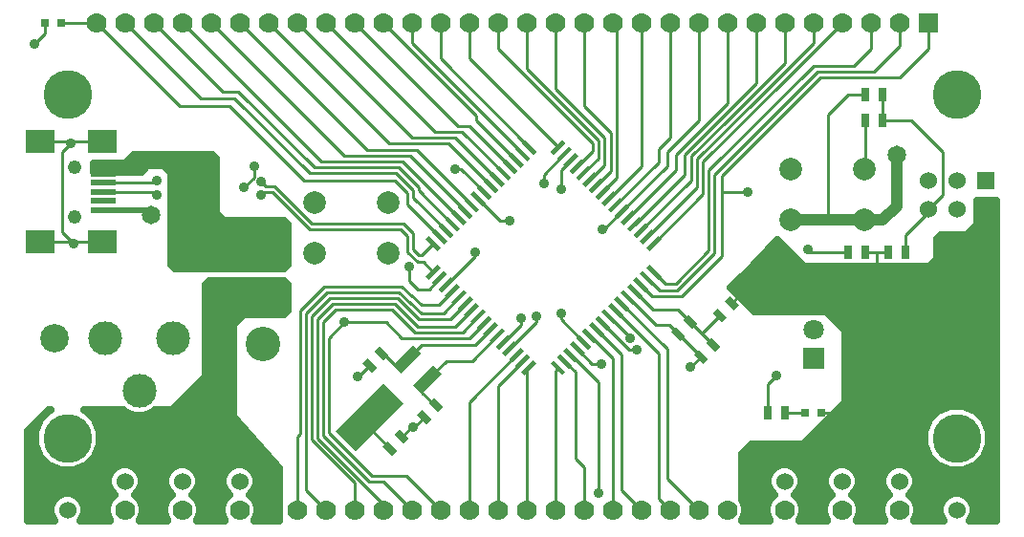
<source format=gtl>
G04 (created by PCBNEW (2013-07-07 BZR 4022)-stable) date 2/20/2015 2:37:17 PM*
%MOIN*%
G04 Gerber Fmt 3.4, Leading zero omitted, Abs format*
%FSLAX34Y34*%
G01*
G70*
G90*
G04 APERTURE LIST*
%ADD10C,0.00590551*%
%ADD11R,0.0906X0.0197*%
%ADD12R,0.0984X0.0787*%
%ADD13C,0.048*%
%ADD14C,0.0787402*%
%ADD15R,0.025X0.045*%
%ADD16R,0.07X0.07*%
%ADD17C,0.07*%
%ADD18C,0.11811*%
%ADD19C,0.099*%
%ADD20R,0.06X0.06*%
%ADD21C,0.06*%
%ADD22R,0.0748031X0.0748031*%
%ADD23C,0.0708661*%
%ADD24C,0.12*%
%ADD25C,0.17*%
%ADD26R,0.0314X0.0314*%
%ADD27C,0.035*%
%ADD28C,0.065*%
%ADD29C,0.01*%
%ADD30C,0.04*%
%ADD31C,0.02*%
%ADD32C,0.025*%
G04 APERTURE END LIST*
G54D10*
G54D11*
X9258Y-12270D03*
X9258Y-12585D03*
X9258Y-12900D03*
X9258Y-13215D03*
X9258Y-13530D03*
G54D12*
X9219Y-11148D03*
X7054Y-11148D03*
X9219Y-14652D03*
X7054Y-14652D03*
G54D13*
X8235Y-12034D03*
X8235Y-13766D03*
G54D14*
X35779Y-12114D03*
X33220Y-12114D03*
X35779Y-13885D03*
X33220Y-13885D03*
G54D10*
G36*
X20791Y-20090D02*
X21109Y-20408D01*
X20932Y-20585D01*
X20614Y-20267D01*
X20791Y-20090D01*
X20791Y-20090D01*
G37*
G36*
X20367Y-20514D02*
X20685Y-20832D01*
X20508Y-21009D01*
X20190Y-20691D01*
X20367Y-20514D01*
X20367Y-20514D01*
G37*
G36*
X18891Y-18290D02*
X19209Y-18608D01*
X19032Y-18785D01*
X18714Y-18467D01*
X18891Y-18290D01*
X18891Y-18290D01*
G37*
G36*
X18467Y-18714D02*
X18785Y-19032D01*
X18608Y-19209D01*
X18290Y-18891D01*
X18467Y-18714D01*
X18467Y-18714D01*
G37*
G36*
X29358Y-18109D02*
X29040Y-17791D01*
X29217Y-17614D01*
X29535Y-17932D01*
X29358Y-18109D01*
X29358Y-18109D01*
G37*
G36*
X29782Y-17685D02*
X29464Y-17367D01*
X29641Y-17190D01*
X29959Y-17508D01*
X29782Y-17685D01*
X29782Y-17685D01*
G37*
G36*
X30808Y-17459D02*
X30490Y-17141D01*
X30667Y-16964D01*
X30985Y-17282D01*
X30808Y-17459D01*
X30808Y-17459D01*
G37*
G36*
X31232Y-17035D02*
X30914Y-16717D01*
X31091Y-16540D01*
X31409Y-16858D01*
X31232Y-17035D01*
X31232Y-17035D01*
G37*
G54D15*
X35200Y-15000D03*
X35800Y-15000D03*
G54D10*
G36*
X19591Y-21190D02*
X19909Y-21508D01*
X19732Y-21685D01*
X19414Y-21367D01*
X19591Y-21190D01*
X19591Y-21190D01*
G37*
G36*
X19167Y-21614D02*
X19485Y-21932D01*
X19308Y-22109D01*
X18990Y-21791D01*
X19167Y-21614D01*
X19167Y-21614D01*
G37*
G54D16*
X38000Y-7000D03*
G54D17*
X37000Y-7000D03*
X36000Y-7000D03*
X35000Y-7000D03*
X34000Y-7000D03*
X33000Y-7000D03*
X32000Y-7000D03*
X31000Y-7000D03*
X30000Y-7000D03*
X29000Y-7000D03*
X28000Y-7000D03*
X27000Y-7000D03*
X26000Y-7000D03*
X25000Y-7000D03*
X24000Y-7000D03*
X23000Y-7000D03*
X22000Y-7000D03*
X21000Y-7000D03*
X20000Y-7000D03*
X19000Y-7000D03*
X18000Y-7000D03*
X17000Y-7000D03*
X16000Y-7000D03*
X15000Y-7000D03*
X14000Y-7000D03*
X13000Y-7000D03*
X12000Y-7000D03*
X11000Y-7000D03*
X10000Y-7000D03*
X9000Y-7000D03*
G54D16*
X38000Y-24000D03*
G54D17*
X37000Y-24000D03*
X36000Y-24000D03*
X35000Y-24000D03*
X34000Y-24000D03*
X33000Y-24000D03*
X32000Y-24000D03*
X31000Y-24000D03*
X30000Y-24000D03*
X29000Y-24000D03*
X28000Y-24000D03*
X27000Y-24000D03*
X26000Y-24000D03*
X25000Y-24000D03*
X24000Y-24000D03*
X23000Y-24000D03*
X22000Y-24000D03*
X21000Y-24000D03*
X20000Y-24000D03*
X19000Y-24000D03*
X18000Y-24000D03*
X17000Y-24000D03*
X16000Y-24000D03*
X15000Y-24000D03*
X14000Y-24000D03*
X13000Y-24000D03*
X12000Y-24000D03*
X11000Y-24000D03*
X10000Y-24000D03*
X9000Y-24000D03*
G54D18*
X11681Y-18000D03*
X9318Y-18000D03*
X10500Y-19850D03*
G54D19*
X7547Y-18000D03*
G54D20*
X40000Y-12500D03*
G54D21*
X40000Y-13500D03*
X39000Y-12500D03*
X39000Y-13500D03*
X38000Y-12500D03*
X38000Y-13500D03*
G54D22*
X34000Y-18700D03*
G54D23*
X34000Y-17700D03*
X34000Y-16700D03*
G54D10*
G36*
X20344Y-19940D02*
X20066Y-19662D01*
X20762Y-18966D01*
X21040Y-19244D01*
X20344Y-19940D01*
X20344Y-19940D01*
G37*
G36*
X18042Y-21953D02*
X17346Y-21257D01*
X19016Y-19587D01*
X19712Y-20283D01*
X18042Y-21953D01*
X18042Y-21953D01*
G37*
G36*
X19637Y-19233D02*
X19359Y-18955D01*
X20055Y-18259D01*
X20333Y-18537D01*
X19637Y-19233D01*
X19637Y-19233D01*
G37*
G54D24*
X14800Y-18200D03*
X14800Y-16630D03*
X14800Y-15050D03*
G54D25*
X8000Y-21500D03*
X39000Y-9500D03*
X39000Y-21500D03*
X8000Y-9500D03*
G54D15*
X32400Y-20600D03*
X33000Y-20600D03*
G54D14*
X19179Y-13264D03*
X16620Y-13264D03*
X19179Y-15035D03*
X16620Y-15035D03*
G54D15*
X36400Y-10400D03*
X35800Y-10400D03*
X36600Y-15000D03*
X37200Y-15000D03*
G54D10*
G36*
X30158Y-18909D02*
X29840Y-18591D01*
X30017Y-18414D01*
X30335Y-18732D01*
X30158Y-18909D01*
X30158Y-18909D01*
G37*
G36*
X30582Y-18485D02*
X30264Y-18167D01*
X30441Y-17990D01*
X30759Y-18308D01*
X30582Y-18485D01*
X30582Y-18485D01*
G37*
G54D15*
X36400Y-9500D03*
X35800Y-9500D03*
G54D10*
G36*
X28594Y-14433D02*
X28707Y-14546D01*
X28289Y-14964D01*
X28176Y-14851D01*
X28594Y-14433D01*
X28594Y-14433D01*
G37*
G36*
X28371Y-14210D02*
X28484Y-14323D01*
X28066Y-14741D01*
X27953Y-14628D01*
X28371Y-14210D01*
X28371Y-14210D01*
G37*
G36*
X28148Y-13988D02*
X28261Y-14101D01*
X27844Y-14518D01*
X27731Y-14405D01*
X28148Y-13988D01*
X28148Y-13988D01*
G37*
G36*
X27925Y-13765D02*
X28038Y-13878D01*
X27621Y-14296D01*
X27508Y-14183D01*
X27925Y-13765D01*
X27925Y-13765D01*
G37*
G36*
X27703Y-13542D02*
X27816Y-13655D01*
X27398Y-14073D01*
X27285Y-13960D01*
X27703Y-13542D01*
X27703Y-13542D01*
G37*
G36*
X27480Y-13320D02*
X27593Y-13433D01*
X27175Y-13850D01*
X27062Y-13737D01*
X27480Y-13320D01*
X27480Y-13320D01*
G37*
G36*
X27257Y-13097D02*
X27370Y-13210D01*
X26953Y-13627D01*
X26840Y-13514D01*
X27257Y-13097D01*
X27257Y-13097D01*
G37*
G36*
X27035Y-12874D02*
X27148Y-12987D01*
X26730Y-13405D01*
X26617Y-13292D01*
X27035Y-12874D01*
X27035Y-12874D01*
G37*
G36*
X26812Y-12651D02*
X26925Y-12764D01*
X26507Y-13182D01*
X26394Y-13069D01*
X26812Y-12651D01*
X26812Y-12651D01*
G37*
G36*
X26589Y-12429D02*
X26702Y-12542D01*
X26285Y-12959D01*
X26172Y-12846D01*
X26589Y-12429D01*
X26589Y-12429D01*
G37*
G36*
X26366Y-12206D02*
X26479Y-12319D01*
X26062Y-12737D01*
X25949Y-12624D01*
X26366Y-12206D01*
X26366Y-12206D01*
G37*
G36*
X26144Y-11983D02*
X26257Y-12096D01*
X25839Y-12514D01*
X25726Y-12401D01*
X26144Y-11983D01*
X26144Y-11983D01*
G37*
G36*
X25921Y-11761D02*
X26034Y-11874D01*
X25616Y-12291D01*
X25503Y-12178D01*
X25921Y-11761D01*
X25921Y-11761D01*
G37*
G36*
X25698Y-11538D02*
X25811Y-11651D01*
X25394Y-12068D01*
X25281Y-11955D01*
X25698Y-11538D01*
X25698Y-11538D01*
G37*
G36*
X25476Y-11315D02*
X25589Y-11428D01*
X25171Y-11846D01*
X25058Y-11733D01*
X25476Y-11315D01*
X25476Y-11315D01*
G37*
G36*
X25253Y-11092D02*
X25366Y-11205D01*
X24948Y-11623D01*
X24835Y-11510D01*
X25253Y-11092D01*
X25253Y-11092D01*
G37*
G36*
X23946Y-11092D02*
X24364Y-11510D01*
X24251Y-11623D01*
X23833Y-11205D01*
X23946Y-11092D01*
X23946Y-11092D01*
G37*
G36*
X23723Y-11315D02*
X24141Y-11733D01*
X24028Y-11846D01*
X23610Y-11428D01*
X23723Y-11315D01*
X23723Y-11315D01*
G37*
G36*
X23501Y-11538D02*
X23918Y-11955D01*
X23805Y-12068D01*
X23388Y-11651D01*
X23501Y-11538D01*
X23501Y-11538D01*
G37*
G36*
X23278Y-11761D02*
X23696Y-12178D01*
X23583Y-12291D01*
X23165Y-11874D01*
X23278Y-11761D01*
X23278Y-11761D01*
G37*
G36*
X23055Y-11983D02*
X23473Y-12401D01*
X23360Y-12514D01*
X22942Y-12096D01*
X23055Y-11983D01*
X23055Y-11983D01*
G37*
G36*
X22833Y-12206D02*
X23250Y-12624D01*
X23137Y-12737D01*
X22720Y-12319D01*
X22833Y-12206D01*
X22833Y-12206D01*
G37*
G36*
X22610Y-12429D02*
X23027Y-12846D01*
X22914Y-12959D01*
X22497Y-12542D01*
X22610Y-12429D01*
X22610Y-12429D01*
G37*
G36*
X22387Y-12651D02*
X22805Y-13069D01*
X22692Y-13182D01*
X22274Y-12764D01*
X22387Y-12651D01*
X22387Y-12651D01*
G37*
G36*
X22164Y-12874D02*
X22582Y-13292D01*
X22469Y-13405D01*
X22051Y-12987D01*
X22164Y-12874D01*
X22164Y-12874D01*
G37*
G36*
X21942Y-13097D02*
X22359Y-13514D01*
X22246Y-13627D01*
X21829Y-13210D01*
X21942Y-13097D01*
X21942Y-13097D01*
G37*
G36*
X21719Y-13320D02*
X22137Y-13737D01*
X22024Y-13850D01*
X21606Y-13433D01*
X21719Y-13320D01*
X21719Y-13320D01*
G37*
G36*
X21496Y-13542D02*
X21914Y-13960D01*
X21801Y-14073D01*
X21383Y-13655D01*
X21496Y-13542D01*
X21496Y-13542D01*
G37*
G36*
X21274Y-13765D02*
X21691Y-14183D01*
X21578Y-14296D01*
X21161Y-13878D01*
X21274Y-13765D01*
X21274Y-13765D01*
G37*
G36*
X21051Y-13988D02*
X21468Y-14405D01*
X21355Y-14518D01*
X20938Y-14101D01*
X21051Y-13988D01*
X21051Y-13988D01*
G37*
G36*
X20828Y-14210D02*
X21246Y-14628D01*
X21133Y-14741D01*
X20715Y-14323D01*
X20828Y-14210D01*
X20828Y-14210D01*
G37*
G36*
X20605Y-14433D02*
X21023Y-14851D01*
X20910Y-14964D01*
X20492Y-14546D01*
X20605Y-14433D01*
X20605Y-14433D01*
G37*
G36*
X20910Y-15435D02*
X21023Y-15548D01*
X20605Y-15966D01*
X20492Y-15853D01*
X20910Y-15435D01*
X20910Y-15435D01*
G37*
G36*
X21133Y-15658D02*
X21246Y-15771D01*
X20828Y-16189D01*
X20715Y-16076D01*
X21133Y-15658D01*
X21133Y-15658D01*
G37*
G36*
X21355Y-15881D02*
X21468Y-15994D01*
X21051Y-16411D01*
X20938Y-16298D01*
X21355Y-15881D01*
X21355Y-15881D01*
G37*
G36*
X21578Y-16103D02*
X21691Y-16216D01*
X21274Y-16634D01*
X21161Y-16521D01*
X21578Y-16103D01*
X21578Y-16103D01*
G37*
G36*
X21801Y-16326D02*
X21914Y-16439D01*
X21496Y-16857D01*
X21383Y-16744D01*
X21801Y-16326D01*
X21801Y-16326D01*
G37*
G36*
X22024Y-16549D02*
X22137Y-16662D01*
X21719Y-17079D01*
X21606Y-16966D01*
X22024Y-16549D01*
X22024Y-16549D01*
G37*
G36*
X22246Y-16772D02*
X22359Y-16885D01*
X21942Y-17302D01*
X21829Y-17189D01*
X22246Y-16772D01*
X22246Y-16772D01*
G37*
G36*
X22469Y-16994D02*
X22582Y-17107D01*
X22164Y-17525D01*
X22051Y-17412D01*
X22469Y-16994D01*
X22469Y-16994D01*
G37*
G36*
X22692Y-17217D02*
X22805Y-17330D01*
X22387Y-17748D01*
X22274Y-17635D01*
X22692Y-17217D01*
X22692Y-17217D01*
G37*
G36*
X22914Y-17440D02*
X23027Y-17553D01*
X22610Y-17970D01*
X22497Y-17857D01*
X22914Y-17440D01*
X22914Y-17440D01*
G37*
G36*
X23137Y-17662D02*
X23250Y-17775D01*
X22833Y-18193D01*
X22720Y-18080D01*
X23137Y-17662D01*
X23137Y-17662D01*
G37*
G36*
X23360Y-17885D02*
X23473Y-17998D01*
X23055Y-18416D01*
X22942Y-18303D01*
X23360Y-17885D01*
X23360Y-17885D01*
G37*
G36*
X23583Y-18108D02*
X23696Y-18221D01*
X23278Y-18638D01*
X23165Y-18525D01*
X23583Y-18108D01*
X23583Y-18108D01*
G37*
G36*
X23805Y-18331D02*
X23918Y-18444D01*
X23501Y-18861D01*
X23388Y-18748D01*
X23805Y-18331D01*
X23805Y-18331D01*
G37*
G36*
X24028Y-18553D02*
X24141Y-18666D01*
X23723Y-19084D01*
X23610Y-18971D01*
X24028Y-18553D01*
X24028Y-18553D01*
G37*
G36*
X24251Y-18776D02*
X24364Y-18889D01*
X23946Y-19307D01*
X23833Y-19194D01*
X24251Y-18776D01*
X24251Y-18776D01*
G37*
G36*
X24948Y-18776D02*
X25366Y-19194D01*
X25253Y-19307D01*
X24835Y-18889D01*
X24948Y-18776D01*
X24948Y-18776D01*
G37*
G36*
X25171Y-18553D02*
X25589Y-18971D01*
X25476Y-19084D01*
X25058Y-18666D01*
X25171Y-18553D01*
X25171Y-18553D01*
G37*
G36*
X25394Y-18331D02*
X25811Y-18748D01*
X25698Y-18861D01*
X25281Y-18444D01*
X25394Y-18331D01*
X25394Y-18331D01*
G37*
G36*
X25616Y-18108D02*
X26034Y-18525D01*
X25921Y-18638D01*
X25503Y-18221D01*
X25616Y-18108D01*
X25616Y-18108D01*
G37*
G36*
X25839Y-17885D02*
X26257Y-18303D01*
X26144Y-18416D01*
X25726Y-17998D01*
X25839Y-17885D01*
X25839Y-17885D01*
G37*
G36*
X26062Y-17662D02*
X26479Y-18080D01*
X26366Y-18193D01*
X25949Y-17775D01*
X26062Y-17662D01*
X26062Y-17662D01*
G37*
G36*
X26285Y-17440D02*
X26702Y-17857D01*
X26589Y-17970D01*
X26172Y-17553D01*
X26285Y-17440D01*
X26285Y-17440D01*
G37*
G36*
X26507Y-17217D02*
X26925Y-17635D01*
X26812Y-17748D01*
X26394Y-17330D01*
X26507Y-17217D01*
X26507Y-17217D01*
G37*
G36*
X26730Y-16994D02*
X27148Y-17412D01*
X27035Y-17525D01*
X26617Y-17107D01*
X26730Y-16994D01*
X26730Y-16994D01*
G37*
G36*
X26953Y-16772D02*
X27370Y-17189D01*
X27257Y-17302D01*
X26840Y-16885D01*
X26953Y-16772D01*
X26953Y-16772D01*
G37*
G36*
X27175Y-16549D02*
X27593Y-16966D01*
X27480Y-17079D01*
X27062Y-16662D01*
X27175Y-16549D01*
X27175Y-16549D01*
G37*
G36*
X27398Y-16326D02*
X27816Y-16744D01*
X27703Y-16857D01*
X27285Y-16439D01*
X27398Y-16326D01*
X27398Y-16326D01*
G37*
G36*
X27621Y-16103D02*
X28038Y-16521D01*
X27925Y-16634D01*
X27508Y-16216D01*
X27621Y-16103D01*
X27621Y-16103D01*
G37*
G36*
X27844Y-15881D02*
X28261Y-16298D01*
X28148Y-16411D01*
X27731Y-15994D01*
X27844Y-15881D01*
X27844Y-15881D01*
G37*
G36*
X28066Y-15658D02*
X28484Y-16076D01*
X28371Y-16189D01*
X27953Y-15771D01*
X28066Y-15658D01*
X28066Y-15658D01*
G37*
G36*
X28289Y-15435D02*
X28707Y-15853D01*
X28594Y-15966D01*
X28176Y-15548D01*
X28289Y-15435D01*
X28289Y-15435D01*
G37*
G54D26*
X34295Y-20600D03*
X33705Y-20600D03*
X7795Y-7000D03*
X7205Y-7000D03*
G54D20*
X40000Y-24000D03*
G54D21*
X39000Y-24000D03*
G54D20*
X36000Y-23000D03*
G54D21*
X37000Y-23000D03*
G54D20*
X11000Y-23000D03*
G54D21*
X10000Y-23000D03*
G54D20*
X7000Y-24000D03*
G54D21*
X8000Y-24000D03*
G54D20*
X32000Y-23000D03*
G54D21*
X33000Y-23000D03*
X34000Y-23000D03*
X35000Y-23000D03*
G54D20*
X15000Y-23000D03*
G54D21*
X14000Y-23000D03*
X13000Y-23000D03*
X12000Y-23000D03*
G54D27*
X24600Y-12600D03*
X23400Y-13900D03*
X22200Y-15000D03*
G54D28*
X32750Y-15100D03*
X31650Y-16150D03*
G54D27*
X25200Y-17150D03*
X24350Y-17250D03*
X11800Y-12750D03*
X31700Y-12900D03*
X26650Y-14200D03*
X17650Y-17450D03*
X14750Y-13000D03*
X14750Y-12550D03*
X26500Y-23400D03*
X14150Y-12750D03*
X14500Y-12000D03*
X25200Y-12800D03*
X23800Y-17300D03*
X26600Y-18900D03*
X19900Y-15500D03*
X21500Y-12100D03*
X29700Y-19000D03*
X32700Y-19300D03*
X18100Y-19350D03*
X20050Y-21100D03*
G54D28*
X10900Y-13700D03*
G54D27*
X27850Y-18400D03*
X6850Y-7750D03*
X11100Y-13000D03*
X11100Y-12500D03*
X8200Y-14700D03*
X8100Y-11200D03*
G54D28*
X36900Y-11600D03*
G54D27*
X27600Y-18000D03*
X33800Y-14900D03*
G54D29*
X25323Y-11580D02*
X24600Y-12304D01*
X24600Y-12304D02*
X24600Y-12600D01*
X22317Y-13139D02*
X23077Y-13900D01*
X23077Y-13900D02*
X23400Y-13900D01*
X22200Y-15150D02*
X22200Y-15000D01*
X22200Y-15150D02*
X21203Y-16146D01*
X31162Y-16787D02*
X31650Y-16300D01*
G54D30*
X34000Y-16350D02*
X32750Y-15100D01*
X34000Y-16350D02*
X34000Y-16700D01*
G54D29*
X31650Y-16300D02*
X31650Y-16150D01*
X34295Y-20600D02*
X35500Y-20600D01*
X36000Y-21100D02*
X36000Y-23000D01*
X35500Y-20600D02*
X36000Y-21100D01*
X25991Y-18150D02*
X25200Y-17358D01*
X25200Y-17358D02*
X25200Y-17150D01*
X23430Y-18373D02*
X24350Y-17454D01*
X24350Y-17454D02*
X24350Y-17250D01*
X36600Y-15000D02*
X36200Y-15000D01*
X36200Y-15000D02*
X35800Y-15000D01*
X38300Y-14800D02*
X39300Y-14800D01*
X40000Y-14100D02*
X40000Y-13500D01*
X39300Y-14800D02*
X40000Y-14100D01*
X36200Y-15700D02*
X36200Y-15000D01*
X35200Y-16700D02*
X36200Y-15700D01*
X34000Y-16700D02*
X35200Y-16700D01*
X11800Y-12750D02*
X11800Y-12050D01*
X10130Y-12270D02*
X9258Y-12270D01*
X10600Y-11800D02*
X10130Y-12270D01*
X11550Y-11800D02*
X10600Y-11800D01*
X11800Y-12050D02*
X11550Y-11800D01*
X30800Y-12350D02*
X34250Y-8900D01*
X30800Y-12900D02*
X30800Y-12350D01*
X38000Y-7900D02*
X38000Y-7000D01*
X37000Y-8900D02*
X38000Y-7900D01*
X34250Y-8900D02*
X37000Y-8900D01*
X31700Y-12900D02*
X30800Y-12900D01*
X27996Y-16146D02*
X28399Y-16550D01*
X30800Y-15150D02*
X30800Y-12900D01*
X29400Y-16550D02*
X30800Y-15150D01*
X28399Y-16550D02*
X29400Y-16550D01*
X27328Y-13585D02*
X28900Y-12013D01*
X30000Y-10400D02*
X30000Y-7000D01*
X28900Y-11500D02*
X30000Y-10400D01*
X28900Y-12013D02*
X28900Y-11500D01*
X27328Y-13585D02*
X26713Y-14200D01*
X26713Y-14200D02*
X26650Y-14200D01*
X9000Y-7000D02*
X7795Y-7000D01*
X19400Y-12500D02*
X16250Y-12500D01*
X19850Y-13345D02*
X19850Y-12950D01*
X19850Y-12950D02*
X19400Y-12500D01*
X20980Y-14476D02*
X19850Y-13345D01*
X11900Y-9900D02*
X9000Y-7000D01*
X13650Y-9900D02*
X11900Y-9900D01*
X16250Y-12500D02*
X13650Y-9900D01*
X17100Y-21300D02*
X18600Y-22800D01*
X17650Y-17450D02*
X17100Y-18000D01*
X17100Y-18000D02*
X17100Y-21300D01*
X19800Y-22800D02*
X21000Y-24000D01*
X18600Y-22800D02*
X19800Y-22800D01*
X22539Y-17482D02*
X22022Y-18000D01*
X19100Y-17450D02*
X17650Y-17450D01*
X19650Y-18000D02*
X19100Y-17450D01*
X22022Y-18000D02*
X19650Y-18000D01*
X20758Y-15701D02*
X20751Y-15701D01*
X14850Y-12900D02*
X14750Y-13000D01*
X15150Y-12900D02*
X14850Y-12900D01*
X16450Y-14200D02*
X15150Y-12900D01*
X19600Y-14200D02*
X16450Y-14200D01*
X19850Y-14450D02*
X19600Y-14200D01*
X19850Y-15000D02*
X19850Y-14450D01*
X20200Y-15350D02*
X19850Y-15000D01*
X20400Y-15350D02*
X20200Y-15350D01*
X20751Y-15701D02*
X20400Y-15350D01*
X14750Y-13000D02*
X14750Y-13000D01*
X20758Y-14698D02*
X20350Y-15100D01*
X19700Y-14000D02*
X16500Y-14000D01*
X16500Y-14000D02*
X15200Y-12700D01*
X15200Y-12700D02*
X14900Y-12700D01*
X14900Y-12700D02*
X14750Y-12550D01*
X20050Y-14350D02*
X19700Y-14000D01*
X20050Y-14900D02*
X20050Y-14350D01*
X20250Y-15100D02*
X20050Y-14900D01*
X20350Y-15100D02*
X20250Y-15100D01*
X14750Y-12550D02*
X14750Y-12550D01*
X25546Y-18596D02*
X26500Y-19549D01*
X26500Y-19549D02*
X26500Y-23400D01*
X14150Y-12750D02*
X14500Y-12400D01*
X14500Y-12400D02*
X14500Y-12000D01*
X25546Y-11803D02*
X25200Y-12150D01*
X25200Y-12150D02*
X25200Y-12800D01*
X23208Y-18150D02*
X23800Y-17558D01*
X23800Y-17558D02*
X23800Y-17300D01*
X26295Y-18900D02*
X26600Y-18900D01*
X26295Y-18900D02*
X25769Y-18373D01*
X20604Y-16300D02*
X20200Y-16300D01*
X20200Y-16300D02*
X19900Y-16000D01*
X19900Y-16000D02*
X19900Y-15500D01*
X20604Y-16300D02*
X20980Y-15923D01*
X22539Y-12917D02*
X21722Y-12100D01*
X21722Y-12100D02*
X21500Y-12100D01*
X29750Y-19000D02*
X29700Y-19000D01*
X29750Y-19000D02*
X30087Y-18662D01*
X32400Y-20600D02*
X32400Y-19600D01*
X32400Y-19600D02*
X32700Y-19300D01*
X29287Y-17862D02*
X30087Y-18662D01*
X27550Y-16591D02*
X28508Y-17550D01*
X28975Y-17550D02*
X29287Y-17862D01*
X28508Y-17550D02*
X28975Y-17550D01*
X18537Y-18962D02*
X18150Y-19350D01*
X18150Y-19350D02*
X18100Y-19350D01*
X19662Y-21437D02*
X20000Y-21100D01*
X20100Y-21100D02*
X20050Y-21100D01*
X20100Y-21100D02*
X20437Y-20762D01*
X20000Y-21100D02*
X20050Y-21100D01*
X38000Y-13500D02*
X38000Y-13600D01*
X37200Y-14400D02*
X37200Y-15000D01*
X38000Y-13600D02*
X37200Y-14400D01*
X38000Y-13500D02*
X38500Y-13000D01*
X37400Y-10400D02*
X36400Y-10400D01*
X38500Y-11500D02*
X37400Y-10400D01*
X38500Y-13000D02*
X38500Y-11500D01*
X36400Y-10400D02*
X36400Y-9500D01*
G54D31*
X9258Y-13530D02*
X10730Y-13530D01*
X10730Y-13530D02*
X10900Y-13700D01*
G54D29*
X27328Y-16814D02*
X28900Y-18386D01*
X28900Y-22900D02*
X30000Y-24000D01*
X28900Y-18386D02*
X28900Y-22900D01*
X25101Y-19041D02*
X25000Y-19142D01*
X25000Y-19142D02*
X25000Y-24000D01*
X25101Y-11358D02*
X22000Y-8257D01*
X22000Y-8257D02*
X22000Y-7000D01*
X26300Y-11200D02*
X23000Y-7900D01*
X26300Y-11495D02*
X26300Y-11200D01*
X25769Y-12026D02*
X26300Y-11495D01*
X23000Y-7900D02*
X23000Y-7000D01*
X26882Y-13139D02*
X28000Y-12022D01*
X28000Y-12022D02*
X28000Y-7000D01*
X27105Y-13362D02*
X28600Y-11868D01*
X29000Y-11000D02*
X29000Y-7000D01*
X28600Y-11400D02*
X29000Y-11000D01*
X28600Y-11868D02*
X28600Y-11400D01*
X26660Y-12917D02*
X27150Y-12427D01*
X27150Y-7150D02*
X27000Y-7000D01*
X27150Y-12427D02*
X27150Y-7150D01*
X26437Y-12694D02*
X26950Y-12181D01*
X26000Y-9900D02*
X26000Y-7000D01*
X26950Y-10850D02*
X26000Y-9900D01*
X26950Y-12181D02*
X26950Y-10850D01*
X26700Y-11000D02*
X25000Y-9300D01*
X26700Y-11986D02*
X26700Y-11000D01*
X26214Y-12471D02*
X26700Y-11986D01*
X25000Y-9300D02*
X25000Y-7000D01*
X26500Y-11100D02*
X24000Y-8600D01*
X26500Y-11741D02*
X26500Y-11100D01*
X25991Y-12249D02*
X26500Y-11741D01*
X24000Y-8600D02*
X24000Y-7000D01*
X25323Y-18819D02*
X25700Y-19195D01*
X26000Y-22500D02*
X26000Y-24000D01*
X25700Y-22200D02*
X26000Y-22500D01*
X25700Y-19195D02*
X25700Y-22200D01*
X22985Y-17928D02*
X22113Y-18800D01*
X21207Y-18800D02*
X20553Y-19453D01*
X22113Y-18800D02*
X21207Y-18800D01*
X20800Y-20350D02*
X20862Y-20337D01*
X20553Y-19453D02*
X20350Y-19657D01*
X20350Y-19900D02*
X20800Y-20350D01*
X20350Y-19657D02*
X20350Y-19900D01*
X27577Y-18400D02*
X26660Y-17482D01*
X27850Y-18400D02*
X27577Y-18400D01*
X7205Y-7000D02*
X7205Y-7395D01*
X7205Y-7395D02*
X6850Y-7750D01*
X22762Y-17705D02*
X22218Y-18250D01*
X20342Y-18250D02*
X19846Y-18746D01*
X22218Y-18250D02*
X20342Y-18250D01*
X19846Y-18746D02*
X19642Y-18950D01*
X19000Y-18550D02*
X18962Y-18537D01*
X19400Y-18950D02*
X19000Y-18550D01*
X19642Y-18950D02*
X19400Y-18950D01*
X33000Y-20600D02*
X33705Y-20600D01*
X26214Y-17928D02*
X27000Y-18713D01*
X27000Y-18713D02*
X27000Y-24000D01*
X11000Y-12900D02*
X9258Y-12900D01*
X11100Y-13000D02*
X11000Y-12900D01*
X11015Y-12585D02*
X9258Y-12585D01*
X11100Y-12500D02*
X11015Y-12585D01*
X8200Y-14700D02*
X7800Y-14300D01*
X7800Y-11500D02*
X8100Y-11200D01*
X7800Y-14300D02*
X7800Y-11500D01*
X7054Y-14652D02*
X9219Y-14652D01*
X7054Y-11148D02*
X9219Y-11148D01*
X8152Y-14652D02*
X7054Y-14652D01*
X8200Y-14700D02*
X8152Y-14652D01*
X8048Y-11148D02*
X7054Y-11148D01*
X8100Y-11200D02*
X8048Y-11148D01*
X7106Y-11200D02*
X7054Y-11148D01*
X7102Y-14700D02*
X7054Y-14652D01*
X23208Y-12249D02*
X21758Y-10800D01*
X20800Y-10800D02*
X17000Y-7000D01*
X21758Y-10800D02*
X20800Y-10800D01*
X26437Y-17705D02*
X27300Y-18568D01*
X27300Y-23300D02*
X28000Y-24000D01*
X27300Y-18568D02*
X27300Y-23300D01*
X30737Y-17212D02*
X30112Y-17837D01*
X29712Y-17437D02*
X30112Y-17837D01*
X30112Y-17837D02*
X30512Y-18237D01*
X27773Y-16369D02*
X28404Y-17000D01*
X29274Y-17000D02*
X29712Y-17437D01*
X28404Y-17000D02*
X29274Y-17000D01*
X22985Y-12471D02*
X21513Y-11000D01*
X20000Y-11000D02*
X16000Y-7000D01*
X21513Y-11000D02*
X20000Y-11000D01*
X22762Y-12694D02*
X21268Y-11200D01*
X19200Y-11200D02*
X15000Y-7000D01*
X21268Y-11200D02*
X19200Y-11200D01*
X30550Y-12300D02*
X34150Y-8700D01*
X28645Y-16350D02*
X29250Y-16350D01*
X29250Y-16350D02*
X30550Y-15050D01*
X30550Y-15050D02*
X30550Y-12300D01*
X28219Y-15923D02*
X28645Y-16350D01*
X37000Y-7800D02*
X37000Y-7000D01*
X36100Y-8700D02*
X37000Y-7800D01*
X34150Y-8700D02*
X36100Y-8700D01*
X35000Y-7000D02*
X33000Y-9000D01*
X30150Y-12990D02*
X30150Y-11850D01*
X30150Y-11850D02*
X33000Y-9000D01*
X30150Y-12990D02*
X28441Y-14698D01*
X32000Y-9700D02*
X34000Y-7700D01*
X29950Y-12745D02*
X29950Y-11750D01*
X29950Y-11750D02*
X32000Y-9700D01*
X28219Y-14476D02*
X29950Y-12745D01*
X34000Y-7700D02*
X34000Y-7000D01*
X31000Y-10400D02*
X33000Y-8400D01*
X29750Y-12499D02*
X29750Y-11650D01*
X29750Y-11650D02*
X31000Y-10400D01*
X27996Y-14253D02*
X29750Y-12499D01*
X33000Y-8400D02*
X33000Y-7000D01*
X27105Y-17037D02*
X28600Y-18531D01*
X28600Y-23600D02*
X29000Y-24000D01*
X28600Y-18531D02*
X28600Y-23600D01*
X27773Y-14030D02*
X29500Y-12304D01*
X32000Y-9100D02*
X32000Y-7000D01*
X29500Y-11600D02*
X32000Y-9100D01*
X29500Y-12304D02*
X29500Y-11600D01*
X27550Y-13808D02*
X29200Y-12158D01*
X31000Y-9800D02*
X31000Y-7000D01*
X29200Y-11600D02*
X31000Y-9800D01*
X29200Y-12158D02*
X29200Y-11600D01*
X23430Y-12026D02*
X22004Y-10600D01*
X21600Y-10600D02*
X18000Y-7000D01*
X22004Y-10600D02*
X21600Y-10600D01*
X19450Y-12250D02*
X16450Y-12250D01*
X20050Y-13099D02*
X20050Y-12850D01*
X21203Y-14253D02*
X20050Y-13099D01*
X20050Y-12850D02*
X19450Y-12250D01*
X12650Y-9650D02*
X10000Y-7000D01*
X13800Y-9650D02*
X12650Y-9650D01*
X16450Y-12250D02*
X13800Y-9650D01*
X16900Y-21400D02*
X18500Y-23000D01*
X16900Y-21400D02*
X16900Y-17450D01*
X22317Y-17260D02*
X21777Y-17800D01*
X20100Y-17800D02*
X21777Y-17800D01*
X19300Y-17000D02*
X20100Y-17800D01*
X17350Y-17000D02*
X19300Y-17000D01*
X16900Y-17450D02*
X17350Y-17000D01*
X19000Y-23000D02*
X20000Y-24000D01*
X18500Y-23000D02*
X19000Y-23000D01*
X23653Y-11803D02*
X22249Y-10400D01*
X22249Y-10249D02*
X19000Y-7000D01*
X22249Y-10400D02*
X22249Y-10249D01*
X19550Y-12050D02*
X16600Y-12050D01*
X20250Y-12854D02*
X20250Y-12750D01*
X20250Y-12750D02*
X19550Y-12050D01*
X21426Y-14030D02*
X20250Y-12854D01*
X13400Y-9400D02*
X11000Y-7000D01*
X13950Y-9400D02*
X13400Y-9400D01*
X16600Y-12050D02*
X13950Y-9400D01*
X19000Y-24000D02*
X19000Y-23800D01*
X21531Y-17600D02*
X22094Y-17037D01*
X16700Y-17350D02*
X16700Y-21500D01*
X17250Y-16800D02*
X16700Y-17350D01*
X19400Y-16800D02*
X17250Y-16800D01*
X20200Y-17600D02*
X19400Y-16800D01*
X21531Y-17600D02*
X20200Y-17600D01*
X19000Y-23800D02*
X16700Y-21500D01*
X19237Y-21862D02*
X18375Y-21000D01*
X18350Y-21000D02*
X18079Y-21220D01*
X18375Y-21000D02*
X18350Y-21000D01*
X35800Y-9500D02*
X35200Y-9500D01*
X34500Y-10200D02*
X34500Y-13885D01*
X35200Y-9500D02*
X34500Y-10200D01*
G54D30*
X35779Y-13885D02*
X34500Y-13885D01*
X34500Y-13885D02*
X33220Y-13885D01*
X35779Y-13885D02*
X36414Y-13885D01*
X36900Y-13400D02*
X36900Y-11600D01*
X36414Y-13885D02*
X36900Y-13400D01*
G54D29*
X26882Y-17260D02*
X27600Y-17977D01*
X27600Y-17977D02*
X27600Y-18000D01*
X35200Y-15000D02*
X33900Y-15000D01*
X33900Y-15000D02*
X33800Y-14900D01*
X35800Y-10400D02*
X35800Y-12093D01*
X35800Y-12093D02*
X35779Y-12114D01*
X23653Y-18596D02*
X22000Y-20249D01*
X22000Y-20249D02*
X22000Y-24000D01*
X34000Y-8500D02*
X35400Y-8500D01*
X28840Y-16100D02*
X29200Y-16100D01*
X29200Y-16100D02*
X30350Y-14950D01*
X30350Y-14950D02*
X30350Y-12150D01*
X30350Y-12150D02*
X34000Y-8500D01*
X28441Y-15701D02*
X28840Y-16100D01*
X36000Y-7900D02*
X36000Y-7000D01*
X35400Y-8500D02*
X36000Y-7900D01*
X22094Y-13362D02*
X20181Y-11450D01*
X18450Y-11450D02*
X14000Y-7000D01*
X20181Y-11450D02*
X18450Y-11450D01*
X16000Y-24000D02*
X16000Y-21450D01*
X16100Y-21350D02*
X16100Y-17050D01*
X20950Y-16850D02*
X20350Y-16850D01*
X20350Y-16850D02*
X19650Y-16200D01*
X19650Y-16200D02*
X16950Y-16200D01*
X16950Y-16200D02*
X16100Y-17050D01*
X20950Y-16850D02*
X21426Y-16369D01*
X16000Y-21450D02*
X16100Y-21350D01*
X24098Y-11358D02*
X21000Y-8259D01*
X21000Y-8259D02*
X21000Y-7000D01*
X19943Y-11656D02*
X17656Y-11656D01*
X17656Y-11656D02*
X13000Y-7000D01*
X21871Y-13585D02*
X19943Y-11656D01*
X19943Y-11656D02*
X19936Y-11650D01*
X16300Y-21450D02*
X16300Y-23300D01*
X16300Y-17150D02*
X17050Y-16400D01*
X17050Y-16400D02*
X19550Y-16400D01*
X19550Y-16400D02*
X20350Y-17150D01*
X20350Y-17150D02*
X21100Y-17150D01*
X21649Y-16591D02*
X21100Y-17150D01*
X16300Y-21450D02*
X16300Y-17150D01*
X16300Y-23300D02*
X17000Y-24000D01*
X23876Y-11580D02*
X20000Y-7704D01*
X20000Y-7704D02*
X20000Y-7000D01*
X19691Y-11850D02*
X16850Y-11850D01*
X21649Y-13808D02*
X19691Y-11850D01*
X16850Y-11850D02*
X12000Y-7000D01*
X18000Y-24000D02*
X18000Y-23050D01*
X16500Y-21550D02*
X16500Y-17250D01*
X21350Y-17350D02*
X21871Y-16814D01*
X20250Y-17350D02*
X21350Y-17350D01*
X19500Y-16600D02*
X20250Y-17350D01*
X17150Y-16600D02*
X19500Y-16600D01*
X16500Y-17250D02*
X17150Y-16600D01*
X18000Y-23050D02*
X16500Y-21550D01*
X23876Y-18819D02*
X23000Y-19695D01*
X23000Y-19695D02*
X23000Y-24000D01*
X24098Y-19041D02*
X24000Y-19140D01*
X24000Y-19140D02*
X24000Y-24000D01*
G54D10*
G36*
X40375Y-24375D02*
X40125Y-24375D01*
X40125Y-21277D01*
X39954Y-20863D01*
X39638Y-20546D01*
X39224Y-20375D01*
X38777Y-20374D01*
X38363Y-20545D01*
X38046Y-20861D01*
X37875Y-21275D01*
X37874Y-21722D01*
X38045Y-22136D01*
X38361Y-22453D01*
X38775Y-22624D01*
X39222Y-22625D01*
X39636Y-22454D01*
X39953Y-22138D01*
X40124Y-21724D01*
X40125Y-21277D01*
X40125Y-24375D01*
X39438Y-24375D01*
X39487Y-24326D01*
X39574Y-24114D01*
X39575Y-23886D01*
X39487Y-23674D01*
X39326Y-23512D01*
X39114Y-23425D01*
X38886Y-23424D01*
X38674Y-23512D01*
X38512Y-23673D01*
X38425Y-23885D01*
X38424Y-24113D01*
X38512Y-24325D01*
X38561Y-24375D01*
X37509Y-24375D01*
X37529Y-24354D01*
X37624Y-24124D01*
X37625Y-23876D01*
X37530Y-23646D01*
X37354Y-23470D01*
X37346Y-23466D01*
X37487Y-23326D01*
X37574Y-23114D01*
X37575Y-22886D01*
X37487Y-22674D01*
X37326Y-22512D01*
X37114Y-22425D01*
X36886Y-22424D01*
X36674Y-22512D01*
X36512Y-22673D01*
X36425Y-22885D01*
X36424Y-23113D01*
X36512Y-23325D01*
X36653Y-23466D01*
X36646Y-23469D01*
X36470Y-23645D01*
X36375Y-23875D01*
X36374Y-24123D01*
X36469Y-24353D01*
X36491Y-24375D01*
X35509Y-24375D01*
X35529Y-24354D01*
X35624Y-24124D01*
X35625Y-23876D01*
X35530Y-23646D01*
X35354Y-23470D01*
X35346Y-23466D01*
X35487Y-23326D01*
X35574Y-23114D01*
X35575Y-22886D01*
X35487Y-22674D01*
X35326Y-22512D01*
X35114Y-22425D01*
X34886Y-22424D01*
X34674Y-22512D01*
X34512Y-22673D01*
X34425Y-22885D01*
X34424Y-23113D01*
X34512Y-23325D01*
X34653Y-23466D01*
X34646Y-23469D01*
X34470Y-23645D01*
X34375Y-23875D01*
X34374Y-24123D01*
X34469Y-24353D01*
X34491Y-24375D01*
X33509Y-24375D01*
X33529Y-24354D01*
X33624Y-24124D01*
X33625Y-23876D01*
X33530Y-23646D01*
X33354Y-23470D01*
X33346Y-23466D01*
X33487Y-23326D01*
X33574Y-23114D01*
X33575Y-22886D01*
X33487Y-22674D01*
X33326Y-22512D01*
X33114Y-22425D01*
X32886Y-22424D01*
X32674Y-22512D01*
X32512Y-22673D01*
X32425Y-22885D01*
X32424Y-23113D01*
X32512Y-23325D01*
X32653Y-23466D01*
X32646Y-23469D01*
X32470Y-23645D01*
X32375Y-23875D01*
X32374Y-24123D01*
X32469Y-24353D01*
X32491Y-24375D01*
X31525Y-24375D01*
X31525Y-24359D01*
X31529Y-24354D01*
X31624Y-24124D01*
X31625Y-23876D01*
X31530Y-23646D01*
X31525Y-23641D01*
X31525Y-22051D01*
X31851Y-21725D01*
X33651Y-21725D01*
X35125Y-20251D01*
X35125Y-17748D01*
X34451Y-17075D01*
X34135Y-17075D01*
X34125Y-17070D01*
X33875Y-17070D01*
X33864Y-17075D01*
X31951Y-17075D01*
X31588Y-16711D01*
X31126Y-16250D01*
X31739Y-15637D01*
X32751Y-14578D01*
X33698Y-15525D01*
X38051Y-15525D01*
X38325Y-15251D01*
X38325Y-14551D01*
X38451Y-14425D01*
X39351Y-14425D01*
X39725Y-14051D01*
X39725Y-13225D01*
X40375Y-13225D01*
X40375Y-24375D01*
X40375Y-24375D01*
G37*
G54D32*
X40375Y-24375D02*
X40125Y-24375D01*
X40125Y-21277D01*
X39954Y-20863D01*
X39638Y-20546D01*
X39224Y-20375D01*
X38777Y-20374D01*
X38363Y-20545D01*
X38046Y-20861D01*
X37875Y-21275D01*
X37874Y-21722D01*
X38045Y-22136D01*
X38361Y-22453D01*
X38775Y-22624D01*
X39222Y-22625D01*
X39636Y-22454D01*
X39953Y-22138D01*
X40124Y-21724D01*
X40125Y-21277D01*
X40125Y-24375D01*
X39438Y-24375D01*
X39487Y-24326D01*
X39574Y-24114D01*
X39575Y-23886D01*
X39487Y-23674D01*
X39326Y-23512D01*
X39114Y-23425D01*
X38886Y-23424D01*
X38674Y-23512D01*
X38512Y-23673D01*
X38425Y-23885D01*
X38424Y-24113D01*
X38512Y-24325D01*
X38561Y-24375D01*
X37509Y-24375D01*
X37529Y-24354D01*
X37624Y-24124D01*
X37625Y-23876D01*
X37530Y-23646D01*
X37354Y-23470D01*
X37346Y-23466D01*
X37487Y-23326D01*
X37574Y-23114D01*
X37575Y-22886D01*
X37487Y-22674D01*
X37326Y-22512D01*
X37114Y-22425D01*
X36886Y-22424D01*
X36674Y-22512D01*
X36512Y-22673D01*
X36425Y-22885D01*
X36424Y-23113D01*
X36512Y-23325D01*
X36653Y-23466D01*
X36646Y-23469D01*
X36470Y-23645D01*
X36375Y-23875D01*
X36374Y-24123D01*
X36469Y-24353D01*
X36491Y-24375D01*
X35509Y-24375D01*
X35529Y-24354D01*
X35624Y-24124D01*
X35625Y-23876D01*
X35530Y-23646D01*
X35354Y-23470D01*
X35346Y-23466D01*
X35487Y-23326D01*
X35574Y-23114D01*
X35575Y-22886D01*
X35487Y-22674D01*
X35326Y-22512D01*
X35114Y-22425D01*
X34886Y-22424D01*
X34674Y-22512D01*
X34512Y-22673D01*
X34425Y-22885D01*
X34424Y-23113D01*
X34512Y-23325D01*
X34653Y-23466D01*
X34646Y-23469D01*
X34470Y-23645D01*
X34375Y-23875D01*
X34374Y-24123D01*
X34469Y-24353D01*
X34491Y-24375D01*
X33509Y-24375D01*
X33529Y-24354D01*
X33624Y-24124D01*
X33625Y-23876D01*
X33530Y-23646D01*
X33354Y-23470D01*
X33346Y-23466D01*
X33487Y-23326D01*
X33574Y-23114D01*
X33575Y-22886D01*
X33487Y-22674D01*
X33326Y-22512D01*
X33114Y-22425D01*
X32886Y-22424D01*
X32674Y-22512D01*
X32512Y-22673D01*
X32425Y-22885D01*
X32424Y-23113D01*
X32512Y-23325D01*
X32653Y-23466D01*
X32646Y-23469D01*
X32470Y-23645D01*
X32375Y-23875D01*
X32374Y-24123D01*
X32469Y-24353D01*
X32491Y-24375D01*
X31525Y-24375D01*
X31525Y-24359D01*
X31529Y-24354D01*
X31624Y-24124D01*
X31625Y-23876D01*
X31530Y-23646D01*
X31525Y-23641D01*
X31525Y-22051D01*
X31851Y-21725D01*
X33651Y-21725D01*
X35125Y-20251D01*
X35125Y-17748D01*
X34451Y-17075D01*
X34135Y-17075D01*
X34125Y-17070D01*
X33875Y-17070D01*
X33864Y-17075D01*
X31951Y-17075D01*
X31588Y-16711D01*
X31126Y-16250D01*
X31739Y-15637D01*
X32751Y-14578D01*
X33698Y-15525D01*
X38051Y-15525D01*
X38325Y-15251D01*
X38325Y-14551D01*
X38451Y-14425D01*
X39351Y-14425D01*
X39725Y-14051D01*
X39725Y-13225D01*
X40375Y-13225D01*
X40375Y-24375D01*
G54D10*
G36*
X15675Y-15448D02*
X15548Y-15575D01*
X11751Y-15575D01*
X11625Y-15448D01*
X11625Y-12248D01*
X11351Y-11975D01*
X10789Y-11975D01*
X10589Y-12225D01*
X9798Y-12225D01*
X9765Y-12211D01*
X9656Y-12211D01*
X8925Y-12211D01*
X8925Y-11925D01*
X10001Y-11925D01*
X10301Y-11625D01*
X13048Y-11625D01*
X13175Y-11751D01*
X13175Y-13651D01*
X13448Y-13925D01*
X15548Y-13925D01*
X15675Y-14051D01*
X15675Y-15448D01*
X15675Y-15448D01*
G37*
G54D32*
X15675Y-15448D02*
X15548Y-15575D01*
X11751Y-15575D01*
X11625Y-15448D01*
X11625Y-12248D01*
X11351Y-11975D01*
X10789Y-11975D01*
X10589Y-12225D01*
X9798Y-12225D01*
X9765Y-12211D01*
X9656Y-12211D01*
X8925Y-12211D01*
X8925Y-11925D01*
X10001Y-11925D01*
X10301Y-11625D01*
X13048Y-11625D01*
X13175Y-11751D01*
X13175Y-13651D01*
X13448Y-13925D01*
X15548Y-13925D01*
X15675Y-14051D01*
X15675Y-15448D01*
G54D10*
G36*
X15675Y-17048D02*
X15548Y-17175D01*
X14148Y-17175D01*
X13775Y-17548D01*
X13775Y-20747D01*
X15375Y-22547D01*
X15375Y-24000D01*
X15374Y-24123D01*
X15375Y-24124D01*
X15375Y-24375D01*
X14509Y-24375D01*
X14529Y-24354D01*
X14624Y-24124D01*
X14625Y-23876D01*
X14530Y-23646D01*
X14354Y-23470D01*
X14346Y-23466D01*
X14487Y-23326D01*
X14574Y-23114D01*
X14575Y-22886D01*
X14487Y-22674D01*
X14326Y-22512D01*
X14114Y-22425D01*
X13886Y-22424D01*
X13674Y-22512D01*
X13512Y-22673D01*
X13425Y-22885D01*
X13424Y-23113D01*
X13512Y-23325D01*
X13653Y-23466D01*
X13646Y-23469D01*
X13470Y-23645D01*
X13375Y-23875D01*
X13374Y-24123D01*
X13469Y-24353D01*
X13491Y-24375D01*
X12509Y-24375D01*
X12529Y-24354D01*
X12624Y-24124D01*
X12625Y-23876D01*
X12530Y-23646D01*
X12354Y-23470D01*
X12346Y-23466D01*
X12487Y-23326D01*
X12574Y-23114D01*
X12575Y-22886D01*
X12487Y-22674D01*
X12326Y-22512D01*
X12114Y-22425D01*
X11886Y-22424D01*
X11674Y-22512D01*
X11512Y-22673D01*
X11425Y-22885D01*
X11424Y-23113D01*
X11512Y-23325D01*
X11653Y-23466D01*
X11646Y-23469D01*
X11470Y-23645D01*
X11375Y-23875D01*
X11374Y-24123D01*
X11469Y-24353D01*
X11491Y-24375D01*
X10509Y-24375D01*
X10529Y-24354D01*
X10624Y-24124D01*
X10625Y-23876D01*
X10530Y-23646D01*
X10354Y-23470D01*
X10346Y-23466D01*
X10487Y-23326D01*
X10574Y-23114D01*
X10575Y-22886D01*
X10487Y-22674D01*
X10326Y-22512D01*
X10114Y-22425D01*
X9886Y-22424D01*
X9674Y-22512D01*
X9512Y-22673D01*
X9425Y-22885D01*
X9424Y-23113D01*
X9512Y-23325D01*
X9653Y-23466D01*
X9646Y-23469D01*
X9470Y-23645D01*
X9375Y-23875D01*
X9374Y-24123D01*
X9469Y-24353D01*
X9491Y-24375D01*
X8438Y-24375D01*
X8487Y-24326D01*
X8574Y-24114D01*
X8575Y-23886D01*
X8487Y-23674D01*
X8326Y-23512D01*
X8114Y-23425D01*
X7886Y-23424D01*
X7674Y-23512D01*
X7512Y-23673D01*
X7425Y-23885D01*
X7424Y-24113D01*
X7512Y-24325D01*
X7561Y-24375D01*
X6625Y-24375D01*
X6625Y-21251D01*
X7351Y-20525D01*
X7413Y-20525D01*
X7363Y-20545D01*
X7046Y-20861D01*
X6875Y-21275D01*
X6874Y-21722D01*
X7045Y-22136D01*
X7361Y-22453D01*
X7775Y-22624D01*
X8222Y-22625D01*
X8636Y-22454D01*
X8953Y-22138D01*
X9124Y-21724D01*
X9125Y-21277D01*
X8954Y-20863D01*
X8638Y-20546D01*
X8585Y-20525D01*
X9950Y-20525D01*
X10009Y-20583D01*
X10327Y-20715D01*
X10671Y-20716D01*
X10989Y-20584D01*
X11049Y-20525D01*
X11651Y-20525D01*
X12825Y-19351D01*
X12825Y-16151D01*
X12951Y-16025D01*
X15548Y-16025D01*
X15675Y-16151D01*
X15675Y-17048D01*
X15675Y-17048D01*
G37*
G54D32*
X15675Y-17048D02*
X15548Y-17175D01*
X14148Y-17175D01*
X13775Y-17548D01*
X13775Y-20747D01*
X15375Y-22547D01*
X15375Y-24000D01*
X15374Y-24123D01*
X15375Y-24124D01*
X15375Y-24375D01*
X14509Y-24375D01*
X14529Y-24354D01*
X14624Y-24124D01*
X14625Y-23876D01*
X14530Y-23646D01*
X14354Y-23470D01*
X14346Y-23466D01*
X14487Y-23326D01*
X14574Y-23114D01*
X14575Y-22886D01*
X14487Y-22674D01*
X14326Y-22512D01*
X14114Y-22425D01*
X13886Y-22424D01*
X13674Y-22512D01*
X13512Y-22673D01*
X13425Y-22885D01*
X13424Y-23113D01*
X13512Y-23325D01*
X13653Y-23466D01*
X13646Y-23469D01*
X13470Y-23645D01*
X13375Y-23875D01*
X13374Y-24123D01*
X13469Y-24353D01*
X13491Y-24375D01*
X12509Y-24375D01*
X12529Y-24354D01*
X12624Y-24124D01*
X12625Y-23876D01*
X12530Y-23646D01*
X12354Y-23470D01*
X12346Y-23466D01*
X12487Y-23326D01*
X12574Y-23114D01*
X12575Y-22886D01*
X12487Y-22674D01*
X12326Y-22512D01*
X12114Y-22425D01*
X11886Y-22424D01*
X11674Y-22512D01*
X11512Y-22673D01*
X11425Y-22885D01*
X11424Y-23113D01*
X11512Y-23325D01*
X11653Y-23466D01*
X11646Y-23469D01*
X11470Y-23645D01*
X11375Y-23875D01*
X11374Y-24123D01*
X11469Y-24353D01*
X11491Y-24375D01*
X10509Y-24375D01*
X10529Y-24354D01*
X10624Y-24124D01*
X10625Y-23876D01*
X10530Y-23646D01*
X10354Y-23470D01*
X10346Y-23466D01*
X10487Y-23326D01*
X10574Y-23114D01*
X10575Y-22886D01*
X10487Y-22674D01*
X10326Y-22512D01*
X10114Y-22425D01*
X9886Y-22424D01*
X9674Y-22512D01*
X9512Y-22673D01*
X9425Y-22885D01*
X9424Y-23113D01*
X9512Y-23325D01*
X9653Y-23466D01*
X9646Y-23469D01*
X9470Y-23645D01*
X9375Y-23875D01*
X9374Y-24123D01*
X9469Y-24353D01*
X9491Y-24375D01*
X8438Y-24375D01*
X8487Y-24326D01*
X8574Y-24114D01*
X8575Y-23886D01*
X8487Y-23674D01*
X8326Y-23512D01*
X8114Y-23425D01*
X7886Y-23424D01*
X7674Y-23512D01*
X7512Y-23673D01*
X7425Y-23885D01*
X7424Y-24113D01*
X7512Y-24325D01*
X7561Y-24375D01*
X6625Y-24375D01*
X6625Y-21251D01*
X7351Y-20525D01*
X7413Y-20525D01*
X7363Y-20545D01*
X7046Y-20861D01*
X6875Y-21275D01*
X6874Y-21722D01*
X7045Y-22136D01*
X7361Y-22453D01*
X7775Y-22624D01*
X8222Y-22625D01*
X8636Y-22454D01*
X8953Y-22138D01*
X9124Y-21724D01*
X9125Y-21277D01*
X8954Y-20863D01*
X8638Y-20546D01*
X8585Y-20525D01*
X9950Y-20525D01*
X10009Y-20583D01*
X10327Y-20715D01*
X10671Y-20716D01*
X10989Y-20584D01*
X11049Y-20525D01*
X11651Y-20525D01*
X12825Y-19351D01*
X12825Y-16151D01*
X12951Y-16025D01*
X15548Y-16025D01*
X15675Y-16151D01*
X15675Y-17048D01*
M02*

</source>
